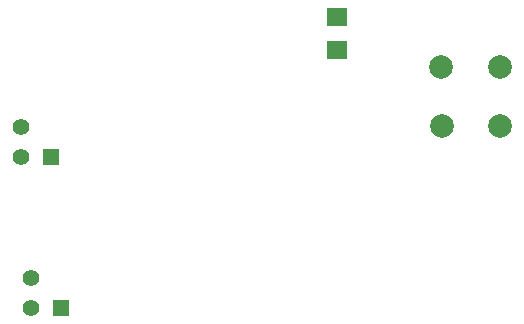
<source format=gbs>
G04 (created by PCBNEW (2013-07-07 BZR 4022)-stable) date 1/28/2014 1:23:19 PM*
%MOIN*%
G04 Gerber Fmt 3.4, Leading zero omitted, Abs format*
%FSLAX34Y34*%
G01*
G70*
G90*
G04 APERTURE LIST*
%ADD10C,0.00590551*%
%ADD11R,0.055X0.055*%
%ADD12C,0.055*%
%ADD13R,0.0709X0.0629*%
%ADD14C,0.0787402*%
G04 APERTURE END LIST*
G54D10*
G54D11*
X64950Y-43500D03*
G54D12*
X63950Y-43500D03*
X63950Y-42500D03*
G54D11*
X65300Y-48550D03*
G54D12*
X64300Y-48550D03*
X64300Y-47550D03*
G54D13*
X74500Y-39959D03*
X74500Y-38841D03*
G54D14*
X79930Y-42480D03*
X77990Y-42480D03*
X79930Y-40520D03*
X77970Y-40520D03*
M02*

</source>
